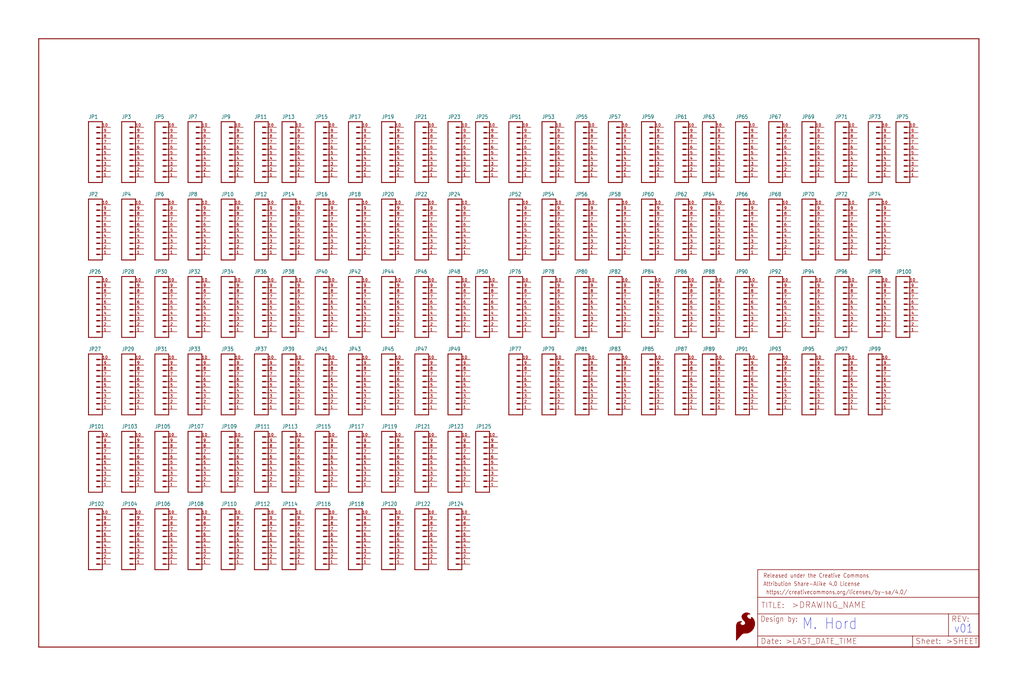
<source format=kicad_sch>
(kicad_sch (version 20211123) (generator eeschema)
  (paper "User" 470.306 317.906)
  (lib_symbols
    (symbol "eagleSchem-eagle-import:FRAME-LEDGER"
      (symbol "FRAME-LEDGER_1_0"
        (polyline (pts (xy 0 0) (xy 0 279.4)) (stroke (width 0.4064)))
        (polyline (pts (xy 0 279.4) (xy 431.8 279.4)) (stroke (width 0.4064)))
        (polyline (pts (xy 431.8 0) (xy 0 0)) (stroke (width 0.4064)))
        (polyline (pts (xy 431.8 279.4) (xy 431.8 0)) (stroke (width 0.4064)))
      )
      (symbol "FRAME-LEDGER_2_0"
        (polyline (pts (xy 0 0) (xy 0 5.08)) (stroke (width 0.254)))
        (polyline (pts (xy 0 0) (xy 71.12 0)) (stroke (width 0.254)))
        (polyline (pts (xy 0 5.08) (xy 0 15.24)) (stroke (width 0.254)))
        (polyline (pts (xy 0 5.08) (xy 71.12 5.08)) (stroke (width 0.254)))
        (polyline (pts (xy 0 15.24) (xy 0 22.86)) (stroke (width 0.254)))
        (polyline (pts (xy 0 22.86) (xy 0 35.56)) (stroke (width 0.254)))
        (polyline (pts (xy 0 22.86) (xy 101.6 22.86)) (stroke (width 0.254)))
        (polyline (pts (xy 71.12 0) (xy 101.6 0)) (stroke (width 0.254)))
        (polyline (pts (xy 71.12 5.08) (xy 71.12 0)) (stroke (width 0.254)))
        (polyline (pts (xy 71.12 5.08) (xy 87.63 5.08)) (stroke (width 0.254)))
        (polyline (pts (xy 87.63 5.08) (xy 101.6 5.08)) (stroke (width 0.254)))
        (polyline (pts (xy 87.63 15.24) (xy 0 15.24)) (stroke (width 0.254)))
        (polyline (pts (xy 87.63 15.24) (xy 87.63 5.08)) (stroke (width 0.254)))
        (polyline (pts (xy 101.6 5.08) (xy 101.6 0)) (stroke (width 0.254)))
        (polyline (pts (xy 101.6 15.24) (xy 87.63 15.24)) (stroke (width 0.254)))
        (polyline (pts (xy 101.6 15.24) (xy 101.6 5.08)) (stroke (width 0.254)))
        (polyline (pts (xy 101.6 22.86) (xy 101.6 15.24)) (stroke (width 0.254)))
        (polyline (pts (xy 101.6 35.56) (xy 0 35.56)) (stroke (width 0.254)))
        (polyline (pts (xy 101.6 35.56) (xy 101.6 22.86)) (stroke (width 0.254)))
        (text " https://creativecommons.org/licenses/by-sa/4.0/" (at 2.54 24.13 0) (effects (font (size 1.9304 1.6408)) (justify left bottom)))
        (text ">DRAWING_NAME" (at 15.494 17.78 0) (effects (font (size 2.7432 2.7432)) (justify left bottom)))
        (text ">LAST_DATE_TIME" (at 12.7 1.27 0) (effects (font (size 2.54 2.54)) (justify left bottom)))
        (text ">SHEET" (at 86.36 1.27 0) (effects (font (size 2.54 2.54)) (justify left bottom)))
        (text "Attribution Share-Alike 4.0 License" (at 2.54 27.94 0) (effects (font (size 1.9304 1.6408)) (justify left bottom)))
        (text "Date:" (at 1.27 1.27 0) (effects (font (size 2.54 2.54)) (justify left bottom)))
        (text "Design by:" (at 1.27 11.43 0) (effects (font (size 2.54 2.159)) (justify left bottom)))
        (text "Released under the Creative Commons" (at 2.54 31.75 0) (effects (font (size 1.9304 1.6408)) (justify left bottom)))
        (text "REV:" (at 88.9 11.43 0) (effects (font (size 2.54 2.54)) (justify left bottom)))
        (text "Sheet:" (at 72.39 1.27 0) (effects (font (size 2.54 2.54)) (justify left bottom)))
        (text "TITLE:" (at 1.524 17.78 0) (effects (font (size 2.54 2.54)) (justify left bottom)))
      )
    )
    (symbol "eagleSchem-eagle-import:M10NO_SILK_PTH_FEMALE"
      (property "Reference" "JP" (at 0 8.89 0))
      (property "Value" "M10NO_SILK_PTH_FEMALE" (at 0 -22.86 0))
      (symbol "M10NO_SILK_PTH_FEMALE_1_0"
        (polyline (pts (xy 0 7.62) (xy 0 -20.32)) (stroke (width 0.4064)))
        (polyline (pts (xy 0 7.62) (xy 6.35 7.62)) (stroke (width 0.4064)))
        (polyline (pts (xy 3.81 -17.78) (xy 5.08 -17.78)) (stroke (width 0.6096)))
        (polyline (pts (xy 3.81 -15.24) (xy 5.08 -15.24)) (stroke (width 0.6096)))
        (polyline (pts (xy 3.81 -12.7) (xy 5.08 -12.7)) (stroke (width 0.6096)))
        (polyline (pts (xy 3.81 -10.16) (xy 5.08 -10.16)) (stroke (width 0.6096)))
        (polyline (pts (xy 3.81 -7.62) (xy 5.08 -7.62)) (stroke (width 0.6096)))
        (polyline (pts (xy 3.81 -5.08) (xy 5.08 -5.08)) (stroke (width 0.6096)))
        (polyline (pts (xy 3.81 -2.54) (xy 5.08 -2.54)) (stroke (width 0.6096)))
        (polyline (pts (xy 3.81 0) (xy 5.08 0)) (stroke (width 0.6096)))
        (polyline (pts (xy 3.81 2.54) (xy 5.08 2.54)) (stroke (width 0.6096)))
        (polyline (pts (xy 3.81 5.08) (xy 5.08 5.08)) (stroke (width 0.6096)))
        (polyline (pts (xy 6.35 -20.32) (xy 0 -20.32)) (stroke (width 0.4064)))
        (polyline (pts (xy 6.35 -20.32) (xy 6.35 7.62)) (stroke (width 0.4064)))
        (pin passive line (at 10.16 -17.78 180) (length 5.08) (name "1") (number "1"))
        (pin passive line (at 10.16 5.08 180) (length 5.08) (name "10") (number "10"))
        (pin passive line (at 10.16 -15.24 180) (length 5.08) (name "2") (number "2"))
        (pin passive line (at 10.16 -12.7 180) (length 5.08) (name "3") (number "3"))
        (pin passive line (at 10.16 -10.16 180) (length 5.08) (name "4") (number "4"))
        (pin passive line (at 10.16 -7.62 180) (length 5.08) (name "5") (number "5"))
        (pin passive line (at 10.16 -5.08 180) (length 5.08) (name "6") (number "6"))
        (pin passive line (at 10.16 -2.54 180) (length 5.08) (name "7") (number "7"))
        (pin passive line (at 10.16 0 180) (length 5.08) (name "8") (number "8"))
        (pin passive line (at 10.16 2.54 180) (length 5.08) (name "9") (number "9"))
      )
    )
    (symbol "eagleSchem-eagle-import:SFE_LOGO_FLAME0.05_INCH"
      (symbol "SFE_LOGO_FLAME0.05_INCH_1_0"
        (polyline (pts (xy 7.28 11.18) (xy 7.28 11.15) (xy 7.29 11.06) (xy 7.3 10.94) (xy 7.29 10.79) (xy 7.25 10.64) (xy 7.18 10.49) (xy 7.06 10.38) (xy 6.88 10.31) (xy 6.72 10.31) (xy 6.54 10.35) (xy 6.35 10.41) (xy 6.16 10.5) (xy 5.97 10.62) (xy 5.8 10.75) (xy 5.64 10.89) (xy 5.5 11.04) (xy 5.37 11.22) (xy 5.28 11.39) (xy 5.23 11.55) (xy 5.21 11.7) (xy 5.23 11.85) (xy 5.28 11.99) (xy 5.36 12.13) (xy 5.46 12.26) (xy 5.65 12.42) (xy 5.86 12.52) (xy 6.07 12.58) (xy 6.27 12.61) (xy 6.45 12.61) (xy 6.6 12.59) (xy 6.7 12.58) (xy 6.73 12.58) (xy 6.67 12.63) (xy 6.48 12.76) (xy 6.19 12.93) (xy 5.81 13.09) (xy 5.35 13.2) (xy 4.85 13.22) (xy 4.3 13.1) (xy 3.73 12.81) (xy 3.3 12.44) (xy 3.02 12.05) (xy 2.89 11.64) (xy 2.89 11.21) (xy 3.01 10.77) (xy 3.24 10.34) (xy 3.57 9.9) (xy 3.99 9.48) (xy 4.32 9.1) (xy 4.48 8.72) (xy 4.49 8.37) (xy 4.38 8.06) (xy 4.16 7.8) (xy 3.87 7.61) (xy 3.5 7.51) (xy 3.1 7.51) (xy 2.83 7.57) (xy 2.61 7.67) (xy 2.43 7.8) (xy 2.3 7.95) (xy 2.2 8.11) (xy 2.16 8.28) (xy 2.16 8.44) (xy 2.2 8.6) (xy 2.28 8.71) (xy 2.38 8.82) (xy 2.5 8.9) (xy 2.62 8.98) (xy 2.73 9.04) (xy 2.82 9.08) (xy 2.89 9.11) (xy 2.91 9.12) (xy 2.88 9.14) (xy 2.8 9.16) (xy 2.67 9.19) (xy 2.5 9.22) (xy 2.3 9.24) (xy 2.07 9.22) (xy 1.81 9.18) (xy 1.54 9.1) (xy 1.29 8.99) (xy 1.07 8.85) (xy 0.86 8.66) (xy 0.68 8.43) (xy 0.54 8.15) (xy 0.43 7.8) (xy 0.37 7.4) (xy 0.36 6.92) (xy 0.36 6.12) (xy 0.36 5.31) (xy 0.36 4.51) (xy 0.36 3.71) (xy 0.36 2.91) (xy 0.36 2.11) (xy 0.36 1.31) (xy 0.36 0.51) (xy 0.4 0.55) (xy 0.49 0.66) (xy 0.63 0.82) (xy 0.81 1.04) (xy 1.03 1.3) (xy 1.29 1.59) (xy 1.57 1.9) (xy 1.86 2.23) (xy 2.18 2.58) (xy 2.47 2.89) (xy 2.73 3.17) (xy 2.98 3.4) (xy 3.24 3.58) (xy 3.5 3.71) (xy 3.79 3.78) (xy 4.12 3.78) (xy 4.76 3.78) (xy 5.35 3.86) (xy 5.9 4.01) (xy 6.41 4.23) (xy 6.88 4.52) (xy 7.3 4.86) (xy 7.68 5.26) (xy 8.03 5.71) (xy 8.11 5.83) (xy 8.52 6.63) (xy 8.77 7.54) (xy 8.82 8.42) (xy 8.69 9.23) (xy 8.44 9.94) (xy 8.1 10.53) (xy 7.69 10.96) (xy 7.27 11.2)) (fill (type outline)))
      )
    )
  )
  (text "M. Hord" (at 368.3 289.56 180) (effects (font (size 5.08 4.318)) (justify left bottom)))
  (text "v01" (at 438.15 291.084 180) (effects (font (size 3.81 3.2385)) (justify left bottom)))
  (symbol (lib_id "eagleSchem-eagle-import:M10NO_SILK_PTH_FEMALE") (at 101.6 241.3 0) (unit 1)
    (property "Reference" "JP110" (at 101.6 232.41 0) (effects (font (size 1.778 1.5113)) (justify left bottom)))
    (property "Value" "M10NO_SILK_PTH_FEMALE" (effects hide))
    (property "Footprint" "eagleSchem:1X10_NO_SILK" (effects hide))
  )
  (symbol (lib_id "eagleSchem-eagle-import:M10NO_SILK_PTH_FEMALE") (at 116.84 205.74 0) (unit 1)
    (property "Reference" "JP111" (at 116.84 196.85 0) (effects (font (size 1.778 1.5113)) (justify left bottom)))
    (property "Value" "M10NO_SILK_PTH_FEMALE" (effects hide))
    (property "Footprint" "eagleSchem:1X10_NO_SILK" (effects hide))
  )
  (symbol (lib_id "eagleSchem-eagle-import:M10NO_SILK_PTH_FEMALE") (at 398.78 99.06 0) (unit 1)
    (property "Reference" "JP74" (at 398.78 90.17 0) (effects (font (size 1.778 1.5113)) (justify left bottom)))
    (property "Value" "M10NO_SILK_PTH_FEMALE" (effects hide))
    (property "Footprint" "eagleSchem:1X10_NO_SILK" (effects hide))
  )
  (symbol (lib_id "eagleSchem-eagle-import:M10NO_SILK_PTH_FEMALE") (at 40.64 134.62 0) (unit 1)
    (property "Reference" "JP26" (at 40.64 125.73 0) (effects (font (size 1.778 1.5113)) (justify left bottom)))
    (property "Value" "M10NO_SILK_PTH_FEMALE" (effects hide))
    (property "Footprint" "eagleSchem:1X10_NO_SILK" (effects hide))
  )
  (symbol (lib_id "eagleSchem-eagle-import:M10NO_SILK_PTH_FEMALE") (at 205.74 170.18 0) (unit 1)
    (property "Reference" "JP49" (at 205.74 161.29 0) (effects (font (size 1.778 1.5113)) (justify left bottom)))
    (property "Value" "M10NO_SILK_PTH_FEMALE" (effects hide))
    (property "Footprint" "eagleSchem:1X10_NO_SILK" (effects hide))
  )
  (symbol (lib_id "eagleSchem-eagle-import:SFE_LOGO_FLAME0.05_INCH") (at 337.82 294.64 0) (unit 1)
    (property "Reference" "LOGO1" (effects hide))
    (property "Value" "SFE_LOGO_FLAME0.05_INCH" (effects hide))
    (property "Footprint" "eagleSchem:SFE_LOGO_FLAME_.05" (effects hide))
  )
  (symbol (lib_id "eagleSchem-eagle-import:M10NO_SILK_PTH_FEMALE") (at 86.36 241.3 0) (unit 1)
    (property "Reference" "JP108" (at 86.36 232.41 0) (effects (font (size 1.778 1.5113)) (justify left bottom)))
    (property "Value" "M10NO_SILK_PTH_FEMALE" (effects hide))
    (property "Footprint" "eagleSchem:1X10_NO_SILK" (effects hide))
  )
  (symbol (lib_id "eagleSchem-eagle-import:M10NO_SILK_PTH_FEMALE") (at 309.88 134.62 0) (unit 1)
    (property "Reference" "JP86" (at 309.88 125.73 0) (effects (font (size 1.778 1.5113)) (justify left bottom)))
    (property "Value" "M10NO_SILK_PTH_FEMALE" (effects hide))
    (property "Footprint" "eagleSchem:1X10_NO_SILK" (effects hide))
  )
  (symbol (lib_id "eagleSchem-eagle-import:M10NO_SILK_PTH_FEMALE") (at 71.12 170.18 0) (unit 1)
    (property "Reference" "JP31" (at 71.12 161.29 0) (effects (font (size 1.778 1.5113)) (justify left bottom)))
    (property "Value" "M10NO_SILK_PTH_FEMALE" (effects hide))
    (property "Footprint" "eagleSchem:1X10_NO_SILK" (effects hide))
  )
  (symbol (lib_id "eagleSchem-eagle-import:M10NO_SILK_PTH_FEMALE") (at 322.58 99.06 0) (unit 1)
    (property "Reference" "JP64" (at 322.58 90.17 0) (effects (font (size 1.778 1.5113)) (justify left bottom)))
    (property "Value" "M10NO_SILK_PTH_FEMALE" (effects hide))
    (property "Footprint" "eagleSchem:1X10_NO_SILK" (effects hide))
  )
  (symbol (lib_id "eagleSchem-eagle-import:M10NO_SILK_PTH_FEMALE") (at 205.74 134.62 0) (unit 1)
    (property "Reference" "JP48" (at 205.74 125.73 0) (effects (font (size 1.778 1.5113)) (justify left bottom)))
    (property "Value" "M10NO_SILK_PTH_FEMALE" (effects hide))
    (property "Footprint" "eagleSchem:1X10_NO_SILK" (effects hide))
  )
  (symbol (lib_id "eagleSchem-eagle-import:M10NO_SILK_PTH_FEMALE") (at 40.64 63.5 0) (unit 1)
    (property "Reference" "JP1" (at 40.64 54.61 0) (effects (font (size 1.778 1.5113)) (justify left bottom)))
    (property "Value" "M10NO_SILK_PTH_FEMALE" (effects hide))
    (property "Footprint" "eagleSchem:1X10_NO_SILK" (effects hide))
  )
  (symbol (lib_id "eagleSchem-eagle-import:M10NO_SILK_PTH_FEMALE") (at 101.6 170.18 0) (unit 1)
    (property "Reference" "JP35" (at 101.6 161.29 0) (effects (font (size 1.778 1.5113)) (justify left bottom)))
    (property "Value" "M10NO_SILK_PTH_FEMALE" (effects hide))
    (property "Footprint" "eagleSchem:1X10_NO_SILK" (effects hide))
  )
  (symbol (lib_id "eagleSchem-eagle-import:M10NO_SILK_PTH_FEMALE") (at 218.44 63.5 0) (unit 1)
    (property "Reference" "JP25" (at 218.44 54.61 0) (effects (font (size 1.778 1.5113)) (justify left bottom)))
    (property "Value" "M10NO_SILK_PTH_FEMALE" (effects hide))
    (property "Footprint" "eagleSchem:1X10_NO_SILK" (effects hide))
  )
  (symbol (lib_id "eagleSchem-eagle-import:M10NO_SILK_PTH_FEMALE") (at 205.74 241.3 0) (unit 1)
    (property "Reference" "JP124" (at 205.74 232.41 0) (effects (font (size 1.778 1.5113)) (justify left bottom)))
    (property "Value" "M10NO_SILK_PTH_FEMALE" (effects hide))
    (property "Footprint" "eagleSchem:1X10_NO_SILK" (effects hide))
  )
  (symbol (lib_id "eagleSchem-eagle-import:M10NO_SILK_PTH_FEMALE") (at 322.58 63.5 0) (unit 1)
    (property "Reference" "JP63" (at 322.58 54.61 0) (effects (font (size 1.778 1.5113)) (justify left bottom)))
    (property "Value" "M10NO_SILK_PTH_FEMALE" (effects hide))
    (property "Footprint" "eagleSchem:1X10_NO_SILK" (effects hide))
  )
  (symbol (lib_id "eagleSchem-eagle-import:M10NO_SILK_PTH_FEMALE") (at 55.88 205.74 0) (unit 1)
    (property "Reference" "JP103" (at 55.88 196.85 0) (effects (font (size 1.778 1.5113)) (justify left bottom)))
    (property "Value" "M10NO_SILK_PTH_FEMALE" (effects hide))
    (property "Footprint" "eagleSchem:1X10_NO_SILK" (effects hide))
  )
  (symbol (lib_id "eagleSchem-eagle-import:M10NO_SILK_PTH_FEMALE") (at 55.88 170.18 0) (unit 1)
    (property "Reference" "JP29" (at 55.88 161.29 0) (effects (font (size 1.778 1.5113)) (justify left bottom)))
    (property "Value" "M10NO_SILK_PTH_FEMALE" (effects hide))
    (property "Footprint" "eagleSchem:1X10_NO_SILK" (effects hide))
  )
  (symbol (lib_id "eagleSchem-eagle-import:M10NO_SILK_PTH_FEMALE") (at 175.26 241.3 0) (unit 1)
    (property "Reference" "JP120" (at 175.26 232.41 0) (effects (font (size 1.778 1.5113)) (justify left bottom)))
    (property "Value" "M10NO_SILK_PTH_FEMALE" (effects hide))
    (property "Footprint" "eagleSchem:1X10_NO_SILK" (effects hide))
  )
  (symbol (lib_id "eagleSchem-eagle-import:M10NO_SILK_PTH_FEMALE") (at 129.54 99.06 0) (unit 1)
    (property "Reference" "JP14" (at 129.54 90.17 0) (effects (font (size 1.778 1.5113)) (justify left bottom)))
    (property "Value" "M10NO_SILK_PTH_FEMALE" (effects hide))
    (property "Footprint" "eagleSchem:1X10_NO_SILK" (effects hide))
  )
  (symbol (lib_id "eagleSchem-eagle-import:M10NO_SILK_PTH_FEMALE") (at 101.6 205.74 0) (unit 1)
    (property "Reference" "JP109" (at 101.6 196.85 0) (effects (font (size 1.778 1.5113)) (justify left bottom)))
    (property "Value" "M10NO_SILK_PTH_FEMALE" (effects hide))
    (property "Footprint" "eagleSchem:1X10_NO_SILK" (effects hide))
  )
  (symbol (lib_id "eagleSchem-eagle-import:M10NO_SILK_PTH_FEMALE") (at 55.88 99.06 0) (unit 1)
    (property "Reference" "JP4" (at 55.88 90.17 0) (effects (font (size 1.778 1.5113)) (justify left bottom)))
    (property "Value" "M10NO_SILK_PTH_FEMALE" (effects hide))
    (property "Footprint" "eagleSchem:1X10_NO_SILK" (effects hide))
  )
  (symbol (lib_id "eagleSchem-eagle-import:M10NO_SILK_PTH_FEMALE") (at 398.78 63.5 0) (unit 1)
    (property "Reference" "JP73" (at 398.78 54.61 0) (effects (font (size 1.778 1.5113)) (justify left bottom)))
    (property "Value" "M10NO_SILK_PTH_FEMALE" (effects hide))
    (property "Footprint" "eagleSchem:1X10_NO_SILK" (effects hide))
  )
  (symbol (lib_id "eagleSchem-eagle-import:M10NO_SILK_PTH_FEMALE") (at 160.02 205.74 0) (unit 1)
    (property "Reference" "JP117" (at 160.02 196.85 0) (effects (font (size 1.778 1.5113)) (justify left bottom)))
    (property "Value" "M10NO_SILK_PTH_FEMALE" (effects hide))
    (property "Footprint" "eagleSchem:1X10_NO_SILK" (effects hide))
  )
  (symbol (lib_id "eagleSchem-eagle-import:M10NO_SILK_PTH_FEMALE") (at 368.3 170.18 0) (unit 1)
    (property "Reference" "JP95" (at 368.3 161.29 0) (effects (font (size 1.778 1.5113)) (justify left bottom)))
    (property "Value" "M10NO_SILK_PTH_FEMALE" (effects hide))
    (property "Footprint" "eagleSchem:1X10_NO_SILK" (effects hide))
  )
  (symbol (lib_id "eagleSchem-eagle-import:M10NO_SILK_PTH_FEMALE") (at 116.84 170.18 0) (unit 1)
    (property "Reference" "JP37" (at 116.84 161.29 0) (effects (font (size 1.778 1.5113)) (justify left bottom)))
    (property "Value" "M10NO_SILK_PTH_FEMALE" (effects hide))
    (property "Footprint" "eagleSchem:1X10_NO_SILK" (effects hide))
  )
  (symbol (lib_id "eagleSchem-eagle-import:M10NO_SILK_PTH_FEMALE") (at 160.02 134.62 0) (unit 1)
    (property "Reference" "JP42" (at 160.02 125.73 0) (effects (font (size 1.778 1.5113)) (justify left bottom)))
    (property "Value" "M10NO_SILK_PTH_FEMALE" (effects hide))
    (property "Footprint" "eagleSchem:1X10_NO_SILK" (effects hide))
  )
  (symbol (lib_id "eagleSchem-eagle-import:M10NO_SILK_PTH_FEMALE") (at 129.54 63.5 0) (unit 1)
    (property "Reference" "JP13" (at 129.54 54.61 0) (effects (font (size 1.778 1.5113)) (justify left bottom)))
    (property "Value" "M10NO_SILK_PTH_FEMALE" (effects hide))
    (property "Footprint" "eagleSchem:1X10_NO_SILK" (effects hide))
  )
  (symbol (lib_id "eagleSchem-eagle-import:M10NO_SILK_PTH_FEMALE") (at 129.54 205.74 0) (unit 1)
    (property "Reference" "JP113" (at 129.54 196.85 0) (effects (font (size 1.778 1.5113)) (justify left bottom)))
    (property "Value" "M10NO_SILK_PTH_FEMALE" (effects hide))
    (property "Footprint" "eagleSchem:1X10_NO_SILK" (effects hide))
  )
  (symbol (lib_id "eagleSchem-eagle-import:M10NO_SILK_PTH_FEMALE") (at 116.84 134.62 0) (unit 1)
    (property "Reference" "JP36" (at 116.84 125.73 0) (effects (font (size 1.778 1.5113)) (justify left bottom)))
    (property "Value" "M10NO_SILK_PTH_FEMALE" (effects hide))
    (property "Footprint" "eagleSchem:1X10_NO_SILK" (effects hide))
  )
  (symbol (lib_id "eagleSchem-eagle-import:M10NO_SILK_PTH_FEMALE") (at 294.64 63.5 0) (unit 1)
    (property "Reference" "JP59" (at 294.64 54.61 0) (effects (font (size 1.778 1.5113)) (justify left bottom)))
    (property "Value" "M10NO_SILK_PTH_FEMALE" (effects hide))
    (property "Footprint" "eagleSchem:1X10_NO_SILK" (effects hide))
  )
  (symbol (lib_id "eagleSchem-eagle-import:M10NO_SILK_PTH_FEMALE") (at 190.5 241.3 0) (unit 1)
    (property "Reference" "JP122" (at 190.5 232.41 0) (effects (font (size 1.778 1.5113)) (justify left bottom)))
    (property "Value" "M10NO_SILK_PTH_FEMALE" (effects hide))
    (property "Footprint" "eagleSchem:1X10_NO_SILK" (effects hide))
  )
  (symbol (lib_id "eagleSchem-eagle-import:M10NO_SILK_PTH_FEMALE") (at 101.6 99.06 0) (unit 1)
    (property "Reference" "JP10" (at 101.6 90.17 0) (effects (font (size 1.778 1.5113)) (justify left bottom)))
    (property "Value" "M10NO_SILK_PTH_FEMALE" (effects hide))
    (property "Footprint" "eagleSchem:1X10_NO_SILK" (effects hide))
  )
  (symbol (lib_id "eagleSchem-eagle-import:M10NO_SILK_PTH_FEMALE") (at 71.12 205.74 0) (unit 1)
    (property "Reference" "JP105" (at 71.12 196.85 0) (effects (font (size 1.778 1.5113)) (justify left bottom)))
    (property "Value" "M10NO_SILK_PTH_FEMALE" (effects hide))
    (property "Footprint" "eagleSchem:1X10_NO_SILK" (effects hide))
  )
  (symbol (lib_id "eagleSchem-eagle-import:M10NO_SILK_PTH_FEMALE") (at 101.6 134.62 0) (unit 1)
    (property "Reference" "JP34" (at 101.6 125.73 0) (effects (font (size 1.778 1.5113)) (justify left bottom)))
    (property "Value" "M10NO_SILK_PTH_FEMALE" (effects hide))
    (property "Footprint" "eagleSchem:1X10_NO_SILK" (effects hide))
  )
  (symbol (lib_id "eagleSchem-eagle-import:M10NO_SILK_PTH_FEMALE") (at 383.54 99.06 0) (unit 1)
    (property "Reference" "JP72" (at 383.54 90.17 0) (effects (font (size 1.778 1.5113)) (justify left bottom)))
    (property "Value" "M10NO_SILK_PTH_FEMALE" (effects hide))
    (property "Footprint" "eagleSchem:1X10_NO_SILK" (effects hide))
  )
  (symbol (lib_id "eagleSchem-eagle-import:M10NO_SILK_PTH_FEMALE") (at 144.78 241.3 0) (unit 1)
    (property "Reference" "JP116" (at 144.78 232.41 0) (effects (font (size 1.778 1.5113)) (justify left bottom)))
    (property "Value" "M10NO_SILK_PTH_FEMALE" (effects hide))
    (property "Footprint" "eagleSchem:1X10_NO_SILK" (effects hide))
  )
  (symbol (lib_id "eagleSchem-eagle-import:M10NO_SILK_PTH_FEMALE") (at 190.5 134.62 0) (unit 1)
    (property "Reference" "JP46" (at 190.5 125.73 0) (effects (font (size 1.778 1.5113)) (justify left bottom)))
    (property "Value" "M10NO_SILK_PTH_FEMALE" (effects hide))
    (property "Footprint" "eagleSchem:1X10_NO_SILK" (effects hide))
  )
  (symbol (lib_id "eagleSchem-eagle-import:M10NO_SILK_PTH_FEMALE") (at 86.36 170.18 0) (unit 1)
    (property "Reference" "JP33" (at 86.36 161.29 0) (effects (font (size 1.778 1.5113)) (justify left bottom)))
    (property "Value" "M10NO_SILK_PTH_FEMALE" (effects hide))
    (property "Footprint" "eagleSchem:1X10_NO_SILK" (effects hide))
  )
  (symbol (lib_id "eagleSchem-eagle-import:M10NO_SILK_PTH_FEMALE") (at 86.36 63.5 0) (unit 1)
    (property "Reference" "JP7" (at 86.36 54.61 0) (effects (font (size 1.778 1.5113)) (justify left bottom)))
    (property "Value" "M10NO_SILK_PTH_FEMALE" (effects hide))
    (property "Footprint" "eagleSchem:1X10_NO_SILK" (effects hide))
  )
  (symbol (lib_id "eagleSchem-eagle-import:M10NO_SILK_PTH_FEMALE") (at 160.02 99.06 0) (unit 1)
    (property "Reference" "JP18" (at 160.02 90.17 0) (effects (font (size 1.778 1.5113)) (justify left bottom)))
    (property "Value" "M10NO_SILK_PTH_FEMALE" (effects hide))
    (property "Footprint" "eagleSchem:1X10_NO_SILK" (effects hide))
  )
  (symbol (lib_id "eagleSchem-eagle-import:M10NO_SILK_PTH_FEMALE") (at 175.26 205.74 0) (unit 1)
    (property "Reference" "JP119" (at 175.26 196.85 0) (effects (font (size 1.778 1.5113)) (justify left bottom)))
    (property "Value" "M10NO_SILK_PTH_FEMALE" (effects hide))
    (property "Footprint" "eagleSchem:1X10_NO_SILK" (effects hide))
  )
  (symbol (lib_id "eagleSchem-eagle-import:M10NO_SILK_PTH_FEMALE") (at 144.78 134.62 0) (unit 1)
    (property "Reference" "JP40" (at 144.78 125.73 0) (effects (font (size 1.778 1.5113)) (justify left bottom)))
    (property "Value" "M10NO_SILK_PTH_FEMALE" (effects hide))
    (property "Footprint" "eagleSchem:1X10_NO_SILK" (effects hide))
  )
  (symbol (lib_id "eagleSchem-eagle-import:M10NO_SILK_PTH_FEMALE") (at 175.26 99.06 0) (unit 1)
    (property "Reference" "JP20" (at 175.26 90.17 0) (effects (font (size 1.778 1.5113)) (justify left bottom)))
    (property "Value" "M10NO_SILK_PTH_FEMALE" (effects hide))
    (property "Footprint" "eagleSchem:1X10_NO_SILK" (effects hide))
  )
  (symbol (lib_id "eagleSchem-eagle-import:M10NO_SILK_PTH_FEMALE") (at 353.06 134.62 0) (unit 1)
    (property "Reference" "JP92" (at 353.06 125.73 0) (effects (font (size 1.778 1.5113)) (justify left bottom)))
    (property "Value" "M10NO_SILK_PTH_FEMALE" (effects hide))
    (property "Footprint" "eagleSchem:1X10_NO_SILK" (effects hide))
  )
  (symbol (lib_id "eagleSchem-eagle-import:M10NO_SILK_PTH_FEMALE") (at 71.12 99.06 0) (unit 1)
    (property "Reference" "JP6" (at 71.12 90.17 0) (effects (font (size 1.778 1.5113)) (justify left bottom)))
    (property "Value" "M10NO_SILK_PTH_FEMALE" (effects hide))
    (property "Footprint" "eagleSchem:1X10_NO_SILK" (effects hide))
  )
  (symbol (lib_id "eagleSchem-eagle-import:M10NO_SILK_PTH_FEMALE") (at 116.84 241.3 0) (unit 1)
    (property "Reference" "JP112" (at 116.84 232.41 0) (effects (font (size 1.778 1.5113)) (justify left bottom)))
    (property "Value" "M10NO_SILK_PTH_FEMALE" (effects hide))
    (property "Footprint" "eagleSchem:1X10_NO_SILK" (effects hide))
  )
  (symbol (lib_id "eagleSchem-eagle-import:M10NO_SILK_PTH_FEMALE") (at 294.64 134.62 0) (unit 1)
    (property "Reference" "JP84" (at 294.64 125.73 0) (effects (font (size 1.778 1.5113)) (justify left bottom)))
    (property "Value" "M10NO_SILK_PTH_FEMALE" (effects hide))
    (property "Footprint" "eagleSchem:1X10_NO_SILK" (effects hide))
  )
  (symbol (lib_id "eagleSchem-eagle-import:M10NO_SILK_PTH_FEMALE") (at 218.44 205.74 0) (unit 1)
    (property "Reference" "JP125" (at 218.44 196.85 0) (effects (font (size 1.778 1.5113)) (justify left bottom)))
    (property "Value" "M10NO_SILK_PTH_FEMALE" (effects hide))
    (property "Footprint" "eagleSchem:1X10_NO_SILK" (effects hide))
  )
  (symbol (lib_id "eagleSchem-eagle-import:M10NO_SILK_PTH_FEMALE") (at 309.88 63.5 0) (unit 1)
    (property "Reference" "JP61" (at 309.88 54.61 0) (effects (font (size 1.778 1.5113)) (justify left bottom)))
    (property "Value" "M10NO_SILK_PTH_FEMALE" (effects hide))
    (property "Footprint" "eagleSchem:1X10_NO_SILK" (effects hide))
  )
  (symbol (lib_id "eagleSchem-eagle-import:M10NO_SILK_PTH_FEMALE") (at 233.68 134.62 0) (unit 1)
    (property "Reference" "JP76" (at 233.68 125.73 0) (effects (font (size 1.778 1.5113)) (justify left bottom)))
    (property "Value" "M10NO_SILK_PTH_FEMALE" (effects hide))
    (property "Footprint" "eagleSchem:1X10_NO_SILK" (effects hide))
  )
  (symbol (lib_id "eagleSchem-eagle-import:M10NO_SILK_PTH_FEMALE") (at 144.78 99.06 0) (unit 1)
    (property "Reference" "JP16" (at 144.78 90.17 0) (effects (font (size 1.778 1.5113)) (justify left bottom)))
    (property "Value" "M10NO_SILK_PTH_FEMALE" (effects hide))
    (property "Footprint" "eagleSchem:1X10_NO_SILK" (effects hide))
  )
  (symbol (lib_id "eagleSchem-eagle-import:M10NO_SILK_PTH_FEMALE") (at 383.54 134.62 0) (unit 1)
    (property "Reference" "JP96" (at 383.54 125.73 0) (effects (font (size 1.778 1.5113)) (justify left bottom)))
    (property "Value" "M10NO_SILK_PTH_FEMALE" (effects hide))
    (property "Footprint" "eagleSchem:1X10_NO_SILK" (effects hide))
  )
  (symbol (lib_id "eagleSchem-eagle-import:M10NO_SILK_PTH_FEMALE") (at 71.12 63.5 0) (unit 1)
    (property "Reference" "JP5" (at 71.12 54.61 0) (effects (font (size 1.778 1.5113)) (justify left bottom)))
    (property "Value" "M10NO_SILK_PTH_FEMALE" (effects hide))
    (property "Footprint" "eagleSchem:1X10_NO_SILK" (effects hide))
  )
  (symbol (lib_id "eagleSchem-eagle-import:M10NO_SILK_PTH_FEMALE") (at 337.82 170.18 0) (unit 1)
    (property "Reference" "JP91" (at 337.82 161.29 0) (effects (font (size 1.778 1.5113)) (justify left bottom)))
    (property "Value" "M10NO_SILK_PTH_FEMALE" (effects hide))
    (property "Footprint" "eagleSchem:1X10_NO_SILK" (effects hide))
  )
  (symbol (lib_id "eagleSchem-eagle-import:M10NO_SILK_PTH_FEMALE") (at 218.44 134.62 0) (unit 1)
    (property "Reference" "JP50" (at 218.44 125.73 0) (effects (font (size 1.778 1.5113)) (justify left bottom)))
    (property "Value" "M10NO_SILK_PTH_FEMALE" (effects hide))
    (property "Footprint" "eagleSchem:1X10_NO_SILK" (effects hide))
  )
  (symbol (lib_id "eagleSchem-eagle-import:M10NO_SILK_PTH_FEMALE") (at 337.82 134.62 0) (unit 1)
    (property "Reference" "JP90" (at 337.82 125.73 0) (effects (font (size 1.778 1.5113)) (justify left bottom)))
    (property "Value" "M10NO_SILK_PTH_FEMALE" (effects hide))
    (property "Footprint" "eagleSchem:1X10_NO_SILK" (effects hide))
  )
  (symbol (lib_id "eagleSchem-eagle-import:M10NO_SILK_PTH_FEMALE") (at 248.92 63.5 0) (unit 1)
    (property "Reference" "JP53" (at 248.92 54.61 0) (effects (font (size 1.778 1.5113)) (justify left bottom)))
    (property "Value" "M10NO_SILK_PTH_FEMALE" (effects hide))
    (property "Footprint" "eagleSchem:1X10_NO_SILK" (effects hide))
  )
  (symbol (lib_id "eagleSchem-eagle-import:M10NO_SILK_PTH_FEMALE") (at 322.58 170.18 0) (unit 1)
    (property "Reference" "JP89" (at 322.58 161.29 0) (effects (font (size 1.778 1.5113)) (justify left bottom)))
    (property "Value" "M10NO_SILK_PTH_FEMALE" (effects hide))
    (property "Footprint" "eagleSchem:1X10_NO_SILK" (effects hide))
  )
  (symbol (lib_id "eagleSchem-eagle-import:M10NO_SILK_PTH_FEMALE") (at 205.74 99.06 0) (unit 1)
    (property "Reference" "JP24" (at 205.74 90.17 0) (effects (font (size 1.778 1.5113)) (justify left bottom)))
    (property "Value" "M10NO_SILK_PTH_FEMALE" (effects hide))
    (property "Footprint" "eagleSchem:1X10_NO_SILK" (effects hide))
  )
  (symbol (lib_id "eagleSchem-eagle-import:M10NO_SILK_PTH_FEMALE") (at 144.78 205.74 0) (unit 1)
    (property "Reference" "JP115" (at 144.78 196.85 0) (effects (font (size 1.778 1.5113)) (justify left bottom)))
    (property "Value" "M10NO_SILK_PTH_FEMALE" (effects hide))
    (property "Footprint" "eagleSchem:1X10_NO_SILK" (effects hide))
  )
  (symbol (lib_id "eagleSchem-eagle-import:M10NO_SILK_PTH_FEMALE") (at 175.26 134.62 0) (unit 1)
    (property "Reference" "JP44" (at 175.26 125.73 0) (effects (font (size 1.778 1.5113)) (justify left bottom)))
    (property "Value" "M10NO_SILK_PTH_FEMALE" (effects hide))
    (property "Footprint" "eagleSchem:1X10_NO_SILK" (effects hide))
  )
  (symbol (lib_id "eagleSchem-eagle-import:M10NO_SILK_PTH_FEMALE") (at 160.02 170.18 0) (unit 1)
    (property "Reference" "JP43" (at 160.02 161.29 0) (effects (font (size 1.778 1.5113)) (justify left bottom)))
    (property "Value" "M10NO_SILK_PTH_FEMALE" (effects hide))
    (property "Footprint" "eagleSchem:1X10_NO_SILK" (effects hide))
  )
  (symbol (lib_id "eagleSchem-eagle-import:M10NO_SILK_PTH_FEMALE") (at 144.78 63.5 0) (unit 1)
    (property "Reference" "JP15" (at 144.78 54.61 0) (effects (font (size 1.778 1.5113)) (justify left bottom)))
    (property "Value" "M10NO_SILK_PTH_FEMALE" (effects hide))
    (property "Footprint" "eagleSchem:1X10_NO_SILK" (effects hide))
  )
  (symbol (lib_id "eagleSchem-eagle-import:M10NO_SILK_PTH_FEMALE") (at 40.64 241.3 0) (unit 1)
    (property "Reference" "JP102" (at 40.64 232.41 0) (effects (font (size 1.778 1.5113)) (justify left bottom)))
    (property "Value" "M10NO_SILK_PTH_FEMALE" (effects hide))
    (property "Footprint" "eagleSchem:1X10_NO_SILK" (effects hide))
  )
  (symbol (lib_id "eagleSchem-eagle-import:M10NO_SILK_PTH_FEMALE") (at 190.5 99.06 0) (unit 1)
    (property "Reference" "JP22" (at 190.5 90.17 0) (effects (font (size 1.778 1.5113)) (justify left bottom)))
    (property "Value" "M10NO_SILK_PTH_FEMALE" (effects hide))
    (property "Footprint" "eagleSchem:1X10_NO_SILK" (effects hide))
  )
  (symbol (lib_id "eagleSchem-eagle-import:M10NO_SILK_PTH_FEMALE") (at 129.54 170.18 0) (unit 1)
    (property "Reference" "JP39" (at 129.54 161.29 0) (effects (font (size 1.778 1.5113)) (justify left bottom)))
    (property "Value" "M10NO_SILK_PTH_FEMALE" (effects hide))
    (property "Footprint" "eagleSchem:1X10_NO_SILK" (effects hide))
  )
  (symbol (lib_id "eagleSchem-eagle-import:M10NO_SILK_PTH_FEMALE") (at 353.06 63.5 0) (unit 1)
    (property "Reference" "JP67" (at 353.06 54.61 0) (effects (font (size 1.778 1.5113)) (justify left bottom)))
    (property "Value" "M10NO_SILK_PTH_FEMALE" (effects hide))
    (property "Footprint" "eagleSchem:1X10_NO_SILK" (effects hide))
  )
  (symbol (lib_id "eagleSchem-eagle-import:M10NO_SILK_PTH_FEMALE") (at 398.78 170.18 0) (unit 1)
    (property "Reference" "JP99" (at 398.78 161.29 0) (effects (font (size 1.778 1.5113)) (justify left bottom)))
    (property "Value" "M10NO_SILK_PTH_FEMALE" (effects hide))
    (property "Footprint" "eagleSchem:1X10_NO_SILK" (effects hide))
  )
  (symbol (lib_id "eagleSchem-eagle-import:M10NO_SILK_PTH_FEMALE") (at 309.88 170.18 0) (unit 1)
    (property "Reference" "JP87" (at 309.88 161.29 0) (effects (font (size 1.778 1.5113)) (justify left bottom)))
    (property "Value" "M10NO_SILK_PTH_FEMALE" (effects hide))
    (property "Footprint" "eagleSchem:1X10_NO_SILK" (effects hide))
  )
  (symbol (lib_id "eagleSchem-eagle-import:M10NO_SILK_PTH_FEMALE") (at 101.6 63.5 0) (unit 1)
    (property "Reference" "JP9" (at 101.6 54.61 0) (effects (font (size 1.778 1.5113)) (justify left bottom)))
    (property "Value" "M10NO_SILK_PTH_FEMALE" (effects hide))
    (property "Footprint" "eagleSchem:1X10_NO_SILK" (effects hide))
  )
  (symbol (lib_id "eagleSchem-eagle-import:M10NO_SILK_PTH_FEMALE") (at 309.88 99.06 0) (unit 1)
    (property "Reference" "JP62" (at 309.88 90.17 0) (effects (font (size 1.778 1.5113)) (justify left bottom)))
    (property "Value" "M10NO_SILK_PTH_FEMALE" (effects hide))
    (property "Footprint" "eagleSchem:1X10_NO_SILK" (effects hide))
  )
  (symbol (lib_id "eagleSchem-eagle-import:M10NO_SILK_PTH_FEMALE") (at 264.16 99.06 0) (unit 1)
    (property "Reference" "JP56" (at 264.16 90.17 0) (effects (font (size 1.778 1.5113)) (justify left bottom)))
    (property "Value" "M10NO_SILK_PTH_FEMALE" (effects hide))
    (property "Footprint" "eagleSchem:1X10_NO_SILK" (effects hide))
  )
  (symbol (lib_id "eagleSchem-eagle-import:M10NO_SILK_PTH_FEMALE") (at 279.4 170.18 0) (unit 1)
    (property "Reference" "JP83" (at 279.4 161.29 0) (effects (font (size 1.778 1.5113)) (justify left bottom)))
    (property "Value" "M10NO_SILK_PTH_FEMALE" (effects hide))
    (property "Footprint" "eagleSchem:1X10_NO_SILK" (effects hide))
  )
  (symbol (lib_id "eagleSchem-eagle-import:M10NO_SILK_PTH_FEMALE") (at 116.84 99.06 0) (unit 1)
    (property "Reference" "JP12" (at 116.84 90.17 0) (effects (font (size 1.778 1.5113)) (justify left bottom)))
    (property "Value" "M10NO_SILK_PTH_FEMALE" (effects hide))
    (property "Footprint" "eagleSchem:1X10_NO_SILK" (effects hide))
  )
  (symbol (lib_id "eagleSchem-eagle-import:M10NO_SILK_PTH_FEMALE") (at 383.54 63.5 0) (unit 1)
    (property "Reference" "JP71" (at 383.54 54.61 0) (effects (font (size 1.778 1.5113)) (justify left bottom)))
    (property "Value" "M10NO_SILK_PTH_FEMALE" (effects hide))
    (property "Footprint" "eagleSchem:1X10_NO_SILK" (effects hide))
  )
  (symbol (lib_id "eagleSchem-eagle-import:M10NO_SILK_PTH_FEMALE") (at 411.48 63.5 0) (unit 1)
    (property "Reference" "JP75" (at 411.48 54.61 0) (effects (font (size 1.778 1.5113)) (justify left bottom)))
    (property "Value" "M10NO_SILK_PTH_FEMALE" (effects hide))
    (property "Footprint" "eagleSchem:1X10_NO_SILK" (effects hide))
  )
  (symbol (lib_id "eagleSchem-eagle-import:M10NO_SILK_PTH_FEMALE") (at 175.26 63.5 0) (unit 1)
    (property "Reference" "JP19" (at 175.26 54.61 0) (effects (font (size 1.778 1.5113)) (justify left bottom)))
    (property "Value" "M10NO_SILK_PTH_FEMALE" (effects hide))
    (property "Footprint" "eagleSchem:1X10_NO_SILK" (effects hide))
  )
  (symbol (lib_id "eagleSchem-eagle-import:M10NO_SILK_PTH_FEMALE") (at 383.54 170.18 0) (unit 1)
    (property "Reference" "JP97" (at 383.54 161.29 0) (effects (font (size 1.778 1.5113)) (justify left bottom)))
    (property "Value" "M10NO_SILK_PTH_FEMALE" (effects hide))
    (property "Footprint" "eagleSchem:1X10_NO_SILK" (effects hide))
  )
  (symbol (lib_id "eagleSchem-eagle-import:M10NO_SILK_PTH_FEMALE") (at 398.78 134.62 0) (unit 1)
    (property "Reference" "JP98" (at 398.78 125.73 0) (effects (font (size 1.778 1.5113)) (justify left bottom)))
    (property "Value" "M10NO_SILK_PTH_FEMALE" (effects hide))
    (property "Footprint" "eagleSchem:1X10_NO_SILK" (effects hide))
  )
  (symbol (lib_id "eagleSchem-eagle-import:M10NO_SILK_PTH_FEMALE") (at 160.02 63.5 0) (unit 1)
    (property "Reference" "JP17" (at 160.02 54.61 0) (effects (font (size 1.778 1.5113)) (justify left bottom)))
    (property "Value" "M10NO_SILK_PTH_FEMALE" (effects hide))
    (property "Footprint" "eagleSchem:1X10_NO_SILK" (effects hide))
  )
  (symbol (lib_id "eagleSchem-eagle-import:M10NO_SILK_PTH_FEMALE") (at 411.48 134.62 0) (unit 1)
    (property "Reference" "JP100" (at 411.48 125.73 0) (effects (font (size 1.778 1.5113)) (justify left bottom)))
    (property "Value" "M10NO_SILK_PTH_FEMALE" (effects hide))
    (property "Footprint" "eagleSchem:1X10_NO_SILK" (effects hide))
  )
  (symbol (lib_id "eagleSchem-eagle-import:M10NO_SILK_PTH_FEMALE") (at 86.36 99.06 0) (unit 1)
    (property "Reference" "JP8" (at 86.36 90.17 0) (effects (font (size 1.778 1.5113)) (justify left bottom)))
    (property "Value" "M10NO_SILK_PTH_FEMALE" (effects hide))
    (property "Footprint" "eagleSchem:1X10_NO_SILK" (effects hide))
  )
  (symbol (lib_id "eagleSchem-eagle-import:M10NO_SILK_PTH_FEMALE") (at 353.06 99.06 0) (unit 1)
    (property "Reference" "JP68" (at 353.06 90.17 0) (effects (font (size 1.778 1.5113)) (justify left bottom)))
    (property "Value" "M10NO_SILK_PTH_FEMALE" (effects hide))
    (property "Footprint" "eagleSchem:1X10_NO_SILK" (effects hide))
  )
  (symbol (lib_id "eagleSchem-eagle-import:M10NO_SILK_PTH_FEMALE") (at 322.58 134.62 0) (unit 1)
    (property "Reference" "JP88" (at 322.58 125.73 0) (effects (font (size 1.778 1.5113)) (justify left bottom)))
    (property "Value" "M10NO_SILK_PTH_FEMALE" (effects hide))
    (property "Footprint" "eagleSchem:1X10_NO_SILK" (effects hide))
  )
  (symbol (lib_id "eagleSchem-eagle-import:M10NO_SILK_PTH_FEMALE") (at 40.64 99.06 0) (unit 1)
    (property "Reference" "JP2" (at 40.64 90.17 0) (effects (font (size 1.778 1.5113)) (justify left bottom)))
    (property "Value" "M10NO_SILK_PTH_FEMALE" (effects hide))
    (property "Footprint" "eagleSchem:1X10_NO_SILK" (effects hide))
  )
  (symbol (lib_id "eagleSchem-eagle-import:M10NO_SILK_PTH_FEMALE") (at 368.3 134.62 0) (unit 1)
    (property "Reference" "JP94" (at 368.3 125.73 0) (effects (font (size 1.778 1.5113)) (justify left bottom)))
    (property "Value" "M10NO_SILK_PTH_FEMALE" (effects hide))
    (property "Footprint" "eagleSchem:1X10_NO_SILK" (effects hide))
  )
  (symbol (lib_id "eagleSchem-eagle-import:M10NO_SILK_PTH_FEMALE") (at 71.12 134.62 0) (unit 1)
    (property "Reference" "JP30" (at 71.12 125.73 0) (effects (font (size 1.778 1.5113)) (justify left bottom)))
    (property "Value" "M10NO_SILK_PTH_FEMALE" (effects hide))
    (property "Footprint" "eagleSchem:1X10_NO_SILK" (effects hide))
  )
  (symbol (lib_id "eagleSchem-eagle-import:M10NO_SILK_PTH_FEMALE") (at 205.74 63.5 0) (unit 1)
    (property "Reference" "JP23" (at 205.74 54.61 0) (effects (font (size 1.778 1.5113)) (justify left bottom)))
    (property "Value" "M10NO_SILK_PTH_FEMALE" (effects hide))
    (property "Footprint" "eagleSchem:1X10_NO_SILK" (effects hide))
  )
  (symbol (lib_id "eagleSchem-eagle-import:M10NO_SILK_PTH_FEMALE") (at 294.64 99.06 0) (unit 1)
    (property "Reference" "JP60" (at 294.64 90.17 0) (effects (font (size 1.778 1.5113)) (justify left bottom)))
    (property "Value" "M10NO_SILK_PTH_FEMALE" (effects hide))
    (property "Footprint" "eagleSchem:1X10_NO_SILK" (effects hide))
  )
  (symbol (lib_id "eagleSchem-eagle-import:M10NO_SILK_PTH_FEMALE") (at 175.26 170.18 0) (unit 1)
    (property "Reference" "JP45" (at 175.26 161.29 0) (effects (font (size 1.778 1.5113)) (justify left bottom)))
    (property "Value" "M10NO_SILK_PTH_FEMALE" (effects hide))
    (property "Footprint" "eagleSchem:1X10_NO_SILK" (effects hide))
  )
  (symbol (lib_id "eagleSchem-eagle-import:SFE_LOGO_FLAME0.05_INCH") (at 337.82 294.64 0) (unit 1)
    (property "Reference" "LOGO2" (effects hide))
    (property "Value" "SFE_LOGO_FLAME0.05_INCH" (effects hide))
    (property "Footprint" "eagleSchem:SFE_LOGO_FLAME_.05" (effects hide))
  )
  (symbol (lib_id "eagleSchem-eagle-import:M10NO_SILK_PTH_FEMALE") (at 353.06 170.18 0) (unit 1)
    (property "Reference" "JP93" (at 353.06 161.29 0) (effects (font (size 1.778 1.5113)) (justify left bottom)))
    (property "Value" "M10NO_SILK_PTH_FEMALE" (effects hide))
    (property "Footprint" "eagleSchem:1X10_NO_SILK" (effects hide))
  )
  (symbol (lib_id "eagleSchem-eagle-import:M10NO_SILK_PTH_FEMALE") (at 368.3 63.5 0) (unit 1)
    (property "Reference" "JP69" (at 368.3 54.61 0) (effects (font (size 1.778 1.5113)) (justify left bottom)))
    (property "Value" "M10NO_SILK_PTH_FEMALE" (effects hide))
    (property "Footprint" "eagleSchem:1X10_NO_SILK" (effects hide))
  )
  (symbol (lib_id "eagleSchem-eagle-import:M10NO_SILK_PTH_FEMALE") (at 55.88 241.3 0) (unit 1)
    (property "Reference" "JP104" (at 55.88 232.41 0) (effects (font (size 1.778 1.5113)) (justify left bottom)))
    (property "Value" "M10NO_SILK_PTH_FEMALE" (effects hide))
    (property "Footprint" "eagleSchem:1X10_NO_SILK" (effects hide))
  )
  (symbol (lib_id "eagleSchem-eagle-import:M10NO_SILK_PTH_FEMALE") (at 264.16 170.18 0) (unit 1)
    (property "Reference" "JP81" (at 264.16 161.29 0) (effects (font (size 1.778 1.5113)) (justify left bottom)))
    (property "Value" "M10NO_SILK_PTH_FEMALE" (effects hide))
    (property "Footprint" "eagleSchem:1X10_NO_SILK" (effects hide))
  )
  (symbol (lib_id "eagleSchem-eagle-import:M10NO_SILK_PTH_FEMALE") (at 40.64 170.18 0) (unit 1)
    (property "Reference" "JP27" (at 40.64 161.29 0) (effects (font (size 1.778 1.5113)) (justify left bottom)))
    (property "Value" "M10NO_SILK_PTH_FEMALE" (effects hide))
    (property "Footprint" "eagleSchem:1X10_NO_SILK" (effects hide))
  )
  (symbol (lib_id "eagleSchem-eagle-import:M10NO_SILK_PTH_FEMALE") (at 248.92 170.18 0) (unit 1)
    (property "Reference" "JP79" (at 248.92 161.29 0) (effects (font (size 1.778 1.5113)) (justify left bottom)))
    (property "Value" "M10NO_SILK_PTH_FEMALE" (effects hide))
    (property "Footprint" "eagleSchem:1X10_NO_SILK" (effects hide))
  )
  (symbol (lib_id "eagleSchem-eagle-import:M10NO_SILK_PTH_FEMALE") (at 264.16 134.62 0) (unit 1)
    (property "Reference" "JP80" (at 264.16 125.73 0) (effects (font (size 1.778 1.5113)) (justify left bottom)))
    (property "Value" "M10NO_SILK_PTH_FEMALE" (effects hide))
    (property "Footprint" "eagleSchem:1X10_NO_SILK" (effects hide))
  )
  (symbol (lib_id "eagleSchem-eagle-import:M10NO_SILK_PTH_FEMALE") (at 190.5 63.5 0) (unit 1)
    (property "Reference" "JP21" (at 190.5 54.61 0) (effects (font (size 1.778 1.5113)) (justify left bottom)))
    (property "Value" "M10NO_SILK_PTH_FEMALE" (effects hide))
    (property "Footprint" "eagleSchem:1X10_NO_SILK" (effects hide))
  )
  (symbol (lib_id "eagleSchem-eagle-import:M10NO_SILK_PTH_FEMALE") (at 233.68 63.5 0) (unit 1)
    (property "Reference" "JP51" (at 233.68 54.61 0) (effects (font (size 1.778 1.5113)) (justify left bottom)))
    (property "Value" "M10NO_SILK_PTH_FEMALE" (effects hide))
    (property "Footprint" "eagleSchem:1X10_NO_SILK" (effects hide))
  )
  (symbol (lib_id "eagleSchem-eagle-import:M10NO_SILK_PTH_FEMALE") (at 233.68 170.18 0) (unit 1)
    (property "Reference" "JP77" (at 233.68 161.29 0) (effects (font (size 1.778 1.5113)) (justify left bottom)))
    (property "Value" "M10NO_SILK_PTH_FEMALE" (effects hide))
    (property "Footprint" "eagleSchem:1X10_NO_SILK" (effects hide))
  )
  (symbol (lib_id "eagleSchem-eagle-import:M10NO_SILK_PTH_FEMALE") (at 205.74 205.74 0) (unit 1)
    (property "Reference" "JP123" (at 205.74 196.85 0) (effects (font (size 1.778 1.5113)) (justify left bottom)))
    (property "Value" "M10NO_SILK_PTH_FEMALE" (effects hide))
    (property "Footprint" "eagleSchem:1X10_NO_SILK" (effects hide))
  )
  (symbol (lib_id "eagleSchem-eagle-import:M10NO_SILK_PTH_FEMALE") (at 279.4 134.62 0) (unit 1)
    (property "Reference" "JP82" (at 279.4 125.73 0) (effects (font (size 1.778 1.5113)) (justify left bottom)))
    (property "Value" "M10NO_SILK_PTH_FEMALE" (effects hide))
    (property "Footprint" "eagleSchem:1X10_NO_SILK" (effects hide))
  )
  (symbol (lib_id "eagleSchem-eagle-import:M10NO_SILK_PTH_FEMALE") (at 40.64 205.74 0) (unit 1)
    (property "Reference" "JP101" (at 40.64 196.85 0) (effects (font (size 1.778 1.5113)) (justify left bottom)))
    (property "Value" "M10NO_SILK_PTH_FEMALE" (effects hide))
    (property "Footprint" "eagleSchem:1X10_NO_SILK" (effects hide))
  )
  (symbol (lib_id "eagleSchem-eagle-import:M10NO_SILK_PTH_FEMALE") (at 55.88 134.62 0) (unit 1)
    (property "Reference" "JP28" (at 55.88 125.73 0) (effects (font (size 1.778 1.5113)) (justify left bottom)))
    (property "Value" "M10NO_SILK_PTH_FEMALE" (effects hide))
    (property "Footprint" "eagleSchem:1X10_NO_SILK" (effects hide))
  )
  (symbol (lib_id "eagleSchem-eagle-import:M10NO_SILK_PTH_FEMALE") (at 129.54 134.62 0) (unit 1)
    (property "Reference" "JP38" (at 129.54 125.73 0) (effects (font (size 1.778 1.5113)) (justify left bottom)))
    (property "Value" "M10NO_SILK_PTH_FEMALE" (effects hide))
    (property "Footprint" "eagleSchem:1X10_NO_SILK" (effects hide))
  )
  (symbol (lib_id "eagleSchem-eagle-import:M10NO_SILK_PTH_FEMALE") (at 337.82 99.06 0) (unit 1)
    (property "Reference" "JP66" (at 337.82 90.17 0) (effects (font (size 1.778 1.5113)) (justify left bottom)))
    (property "Value" "M10NO_SILK_PTH_FEMALE" (effects hide))
    (property "Footprint" "eagleSchem:1X10_NO_SILK" (effects hide))
  )
  (symbol (lib_id "eagleSchem-eagle-import:M10NO_SILK_PTH_FEMALE") (at 248.92 134.62 0) (unit 1)
    (property "Reference" "JP78" (at 248.92 125.73 0) (effects (font (size 1.778 1.5113)) (justify left bottom)))
    (property "Value" "M10NO_SILK_PTH_FEMALE" (effects hide))
    (property "Footprint" "eagleSchem:1X10_NO_SILK" (effects hide))
  )
  (symbol (lib_id "eagleSchem-eagle-import:FRAME-LEDGER") (at 347.98 297.18 0) (unit 2)
    (property "Reference" "FRAME1" (effects hide))
    (property "Value" "FRAME-LEDGER" (effects hide))
    (property "Footprint" "eagleSchem:CREATIVE_COMMONS" (effects hide))
  )
  (symbol (lib_id "eagleSchem-eagle-import:FRAME-LEDGER") (at 17.78 297.18 0) (unit 1)
    (property "Reference" "FRAME1" (effects hide))
    (property "Value" "FRAME-LEDGER" (effects hide))
    (property "Footprint" "eagleSchem:CREATIVE_COMMONS" (effects hide))
  )
  (symbol (lib_id "eagleSchem-eagle-import:M10NO_SILK_PTH_FEMALE") (at 190.5 170.18 0) (unit 1)
    (property "Reference" "JP47" (at 190.5 161.29 0) (effects (font (size 1.778 1.5113)) (justify left bottom)))
    (property "Value" "M10NO_SILK_PTH_FEMALE" (effects hide))
    (property "Footprint" "eagleSchem:1X10_NO_SILK" (effects hide))
  )
  (symbol (lib_id "eagleSchem-eagle-import:M10NO_SILK_PTH_FEMALE") (at 144.78 170.18 0) (unit 1)
    (property "Reference" "JP41" (at 144.78 161.29 0) (effects (font (size 1.778 1.5113)) (justify left bottom)))
    (property "Value" "M10NO_SILK_PTH_FEMALE" (effects hide))
    (property "Footprint" "eagleSchem:1X10_NO_SILK" (effects hide))
  )
  (symbol (lib_id "eagleSchem-eagle-import:M10NO_SILK_PTH_FEMALE") (at 337.82 63.5 0) (unit 1)
    (property "Reference" "JP65" (at 337.82 54.61 0) (effects (font (size 1.778 1.5113)) (justify left bottom)))
    (property "Value" "M10NO_SILK_PTH_FEMALE" (effects hide))
    (property "Footprint" "eagleSchem:1X10_NO_SILK" (effects hide))
  )
  (symbol (lib_id "eagleSchem-eagle-import:M10NO_SILK_PTH_FEMALE") (at 264.16 63.5 0) (unit 1)
    (property "Reference" "JP55" (at 264.16 54.61 0) (effects (font (size 1.778 1.5113)) (justify left bottom)))
    (property "Value" "M10NO_SILK_PTH_FEMALE" (effects hide))
    (property "Footprint" "eagleSchem:1X10_NO_SILK" (effects hide))
  )
  (symbol (lib_id "eagleSchem-eagle-import:M10NO_SILK_PTH_FEMALE") (at 129.54 241.3 0) (unit 1)
    (property "Reference" "JP114" (at 129.54 232.41 0) (effects (font (size 1.778 1.5113)) (justify left bottom)))
    (property "Value" "M10NO_SILK_PTH_FEMALE" (effects hide))
    (property "Footprint" "eagleSchem:1X10_NO_SILK" (effects hide))
  )
  (symbol (lib_id "eagleSchem-eagle-import:M10NO_SILK_PTH_FEMALE") (at 160.02 241.3 0) (unit 1)
    (property "Reference" "JP118" (at 160.02 232.41 0) (effects (font (size 1.778 1.5113)) (justify left bottom)))
    (property "Value" "M10NO_SILK_PTH_FEMALE" (effects hide))
    (property "Footprint" "eagleSchem:1X10_NO_SILK" (effects hide))
  )
  (symbol (lib_id "eagleSchem-eagle-import:M10NO_SILK_PTH_FEMALE") (at 86.36 205.74 0) (unit 1)
    (property "Reference" "JP107" (at 86.36 196.85 0) (effects (font (size 1.778 1.5113)) (justify left bottom)))
    (property "Value" "M10NO_SILK_PTH_FEMALE" (effects hide))
    (property "Footprint" "eagleSchem:1X10_NO_SILK" (effects hide))
  )
  (symbol (lib_id "eagleSchem-eagle-import:M10NO_SILK_PTH_FEMALE") (at 233.68 99.06 0) (unit 1)
    (property "Reference" "JP52" (at 233.68 90.17 0) (effects (font (size 1.778 1.5113)) (justify left bottom)))
    (property "Value" "M10NO_SILK_PTH_FEMALE" (effects hide))
    (property "Footprint" "eagleSchem:1X10_NO_SILK" (effects hide))
  )
  (symbol (lib_id "eagleSchem-eagle-import:M10NO_SILK_PTH_FEMALE") (at 248.92 99.06 0) (unit 1)
    (property "Reference" "JP54" (at 248.92 90.17 0) (effects (font (size 1.778 1.5113)) (justify left bottom)))
    (property "Value" "M10NO_SILK_PTH_FEMALE" (effects hide))
    (property "Footprint" "eagleSchem:1X10_NO_SILK" (effects hide))
  )
  (symbol (lib_id "eagleSchem-eagle-import:M10NO_SILK_PTH_FEMALE") (at 279.4 63.5 0) (unit 1)
    (property "Reference" "JP57" (at 279.4 54.61 0) (effects (font (size 1.778 1.5113)) (justify left bottom)))
    (property "Value" "M10NO_SILK_PTH_FEMALE" (effects hide))
    (property "Footprint" "eagleSchem:1X10_NO_SILK" (effects hide))
  )
  (symbol (lib_id "eagleSchem-eagle-import:M10NO_SILK_PTH_FEMALE") (at 55.88 63.5 0) (unit 1)
    (property "Reference" "JP3" (at 55.88 54.61 0) (effects (font (size 1.778 1.5113)) (justify left bottom)))
    (property "Value" "M10NO_SILK_PTH_FEMALE" (effects hide))
    (property "Footprint" "eagleSchem:1X10_NO_SILK" (effects hide))
  )
  (symbol (lib_id "eagleSchem-eagle-import:M10NO_SILK_PTH_FEMALE") (at 294.64 170.18 0) (unit 1)
    (property "Reference" "JP85" (at 294.64 161.29 0) (effects (font (size 1.778 1.5113)) (justify left bottom)))
    (property "Value" "M10NO_SILK_PTH_FEMALE" (effects hide))
    (property "Footprint" "eagleSchem:1X10_NO_SILK" (effects hide))
  )
  (symbol (lib_id "eagleSchem-eagle-import:M10NO_SILK_PTH_FEMALE") (at 279.4 99.06 0) (unit 1)
    (property "Reference" "JP58" (at 279.4 90.17 0) (effects (font (size 1.778 1.5113)) (justify left bottom)))
    (property "Value" "M10NO_SILK_PTH_FEMALE" (effects hide))
    (property "Footprint" "eagleSchem:1X10_NO_SILK" (effects hide))
  )
  (symbol (lib_id "eagleSchem-eagle-import:M10NO_SILK_PTH_FEMALE") (at 86.36 134.62 0) (unit 1)
    (property "Reference" "JP32" (at 86.36 125.73 0) (effects (font (size 1.778 1.5113)) (justify left bottom)))
    (property "Value" "M10NO_SILK_PTH_FEMALE" (effects hide))
    (property "Footprint" "eagleSchem:1X10_NO_SILK" (effects hide))
  )
  (symbol (lib_id "eagleSchem-eagle-import:M10NO_SILK_PTH_FEMALE") (at 368.3 99.06 0) (unit 1)
    (property "Reference" "JP70" (at 368.3 90.17 0) (effects (font (size 1.778 1.5113)) (justify left bottom)))
    (property "Value" "M10NO_SILK_PTH_FEMALE" (effects hide))
    (property "Footprint" "eagleSchem:1X10_NO_SILK" (effects hide))
  )
  (symbol (lib_id "eagleSchem-eagle-import:M10NO_SILK_PTH_FEMALE") (at 71.12 241.3 0) (unit 1)
    (property "Reference" "JP106" (at 71.12 232.41 0) (effects (font (size 1.778 1.5113)) (justify left bottom)))
    (property "Value" "M10NO_SILK_PTH_FEMALE" (effects hide))
    (property "Footprint" "eagleSchem:1X10_NO_SILK" (effects hide))
  )
  (symbol (lib_id "eagleSchem-eagle-import:M10NO_SILK_PTH_FEMALE") (at 190.5 205.74 0) (unit 1)
    (property "Reference" "JP121" (at 190.5 196.85 0) (effects (font (size 1.778 1.5113)) (justify left bottom)))
    (property "Value" "M10NO_SILK_PTH_FEMALE" (effects hide))
    (property "Footprint" "eagleSchem:1X10_NO_SILK" (effects hide))
  )
  (symbol (lib_id "eagleSchem-eagle-import:M10NO_SILK_PTH_FEMALE") (at 116.84 63.5 0) (unit 1)
    (property "Reference" "JP11" (at 116.84 54.61 0) (effects (font (size 1.778 1.5113)) (justify left bottom)))
    (property "Value" "M10NO_SILK_PTH_FEMALE" (effects hide))
    (property "Footprint" "eagleSchem:1X10_NO_SILK" (effects hide))
  )
)
</source>
